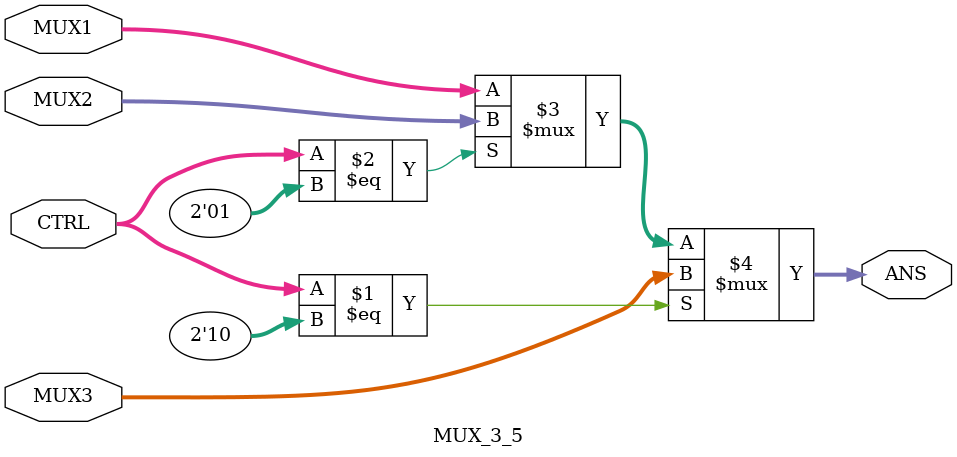
<source format=v>
`timescale 1ns / 1ps
module MUX_3_5(
    input [4:0] MUX1,
    input [4:0] MUX2,
    input [4:0] MUX3,
    input [1:0] CTRL,
    output [4:0] ANS
    );
		assign ANS = (CTRL == 2'b10) ? MUX3 :
						 (CTRL == 2'b01) ? MUX2 :
						 MUX1;


endmodule

</source>
